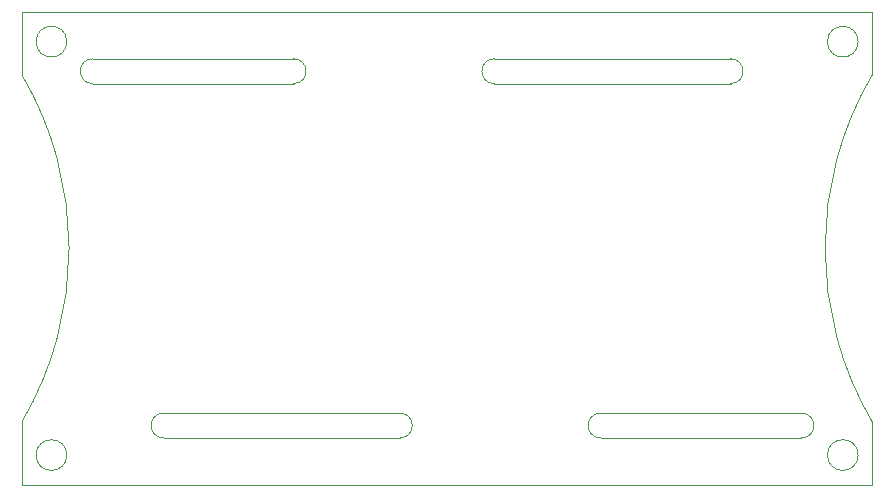
<source format=gbr>
%TF.GenerationSoftware,KiCad,Pcbnew,(7.0.0)*%
%TF.CreationDate,2023-10-22T09:49:58+03:00*%
%TF.ProjectId,nanoInvaderBot-power,6e616e6f-496e-4766-9164-6572426f742d,rev?*%
%TF.SameCoordinates,Original*%
%TF.FileFunction,Profile,NP*%
%FSLAX46Y46*%
G04 Gerber Fmt 4.6, Leading zero omitted, Abs format (unit mm)*
G04 Created by KiCad (PCBNEW (7.0.0)) date 2023-10-22 09:49:58*
%MOMM*%
%LPD*%
G01*
G04 APERTURE LIST*
%TA.AperFunction,Profile*%
%ADD10C,0.100000*%
%TD*%
G04 APERTURE END LIST*
D10*
X118000000Y-80000000D02*
X182000000Y-80000000D01*
X114000000Y-114696900D02*
X114000000Y-120000000D01*
X182000000Y-80000000D02*
X186000000Y-80000000D01*
X163000000Y-113950000D02*
G75*
G03*
X163000000Y-116050000I0J-1050000D01*
G01*
X146000000Y-113950000D02*
X126000000Y-113950000D01*
X114000004Y-114696932D02*
G75*
G03*
X114000004Y-85303068I-25000004J14696932D01*
G01*
X114000000Y-85303100D02*
X114000000Y-80000000D01*
X118000000Y-80000000D02*
X114000000Y-80000000D01*
X182000000Y-120000000D02*
X118000000Y-120000000D01*
X146000000Y-116050000D02*
G75*
G03*
X146000000Y-113950000I0J1050000D01*
G01*
X185999919Y-85303199D02*
G75*
G03*
X185999919Y-114696801I25000081J-14696801D01*
G01*
X180000000Y-113950000D02*
X163000000Y-113950000D01*
X180000000Y-116050000D02*
G75*
G03*
X180000000Y-113950000I0J1050000D01*
G01*
X174000000Y-83950000D02*
X154000000Y-83950000D01*
X126000000Y-113950000D02*
G75*
G03*
X126000000Y-116050000I0J-1050000D01*
G01*
X184800000Y-117500000D02*
G75*
G03*
X184800000Y-117500000I-1300000J0D01*
G01*
X163000000Y-116050000D02*
X180000000Y-116050000D01*
X117800000Y-82500000D02*
G75*
G03*
X117800000Y-82500000I-1300000J0D01*
G01*
X137000000Y-86050000D02*
G75*
G03*
X137000000Y-83950000I0J1050000D01*
G01*
X186000000Y-80000000D02*
X186000000Y-85303100D01*
X120000000Y-83950000D02*
G75*
G03*
X120000000Y-86050000I0J-1050000D01*
G01*
X137000000Y-83950000D02*
X120000000Y-83950000D01*
X186000000Y-120000000D02*
X186000000Y-114696900D01*
X154000000Y-86050000D02*
X174000000Y-86050000D01*
X120000000Y-86050000D02*
X137000000Y-86050000D01*
X184800000Y-82500000D02*
G75*
G03*
X184800000Y-82500000I-1300000J0D01*
G01*
X174000000Y-86050000D02*
G75*
G03*
X174000000Y-83950000I0J1050000D01*
G01*
X118000000Y-120000000D02*
X114000000Y-120000000D01*
X126000000Y-116050000D02*
X146000000Y-116050000D01*
X182000000Y-120000000D02*
X186000000Y-120000000D01*
X154000000Y-83950000D02*
G75*
G03*
X154000000Y-86050000I0J-1050000D01*
G01*
X117800000Y-117500000D02*
G75*
G03*
X117800000Y-117500000I-1300000J0D01*
G01*
M02*

</source>
